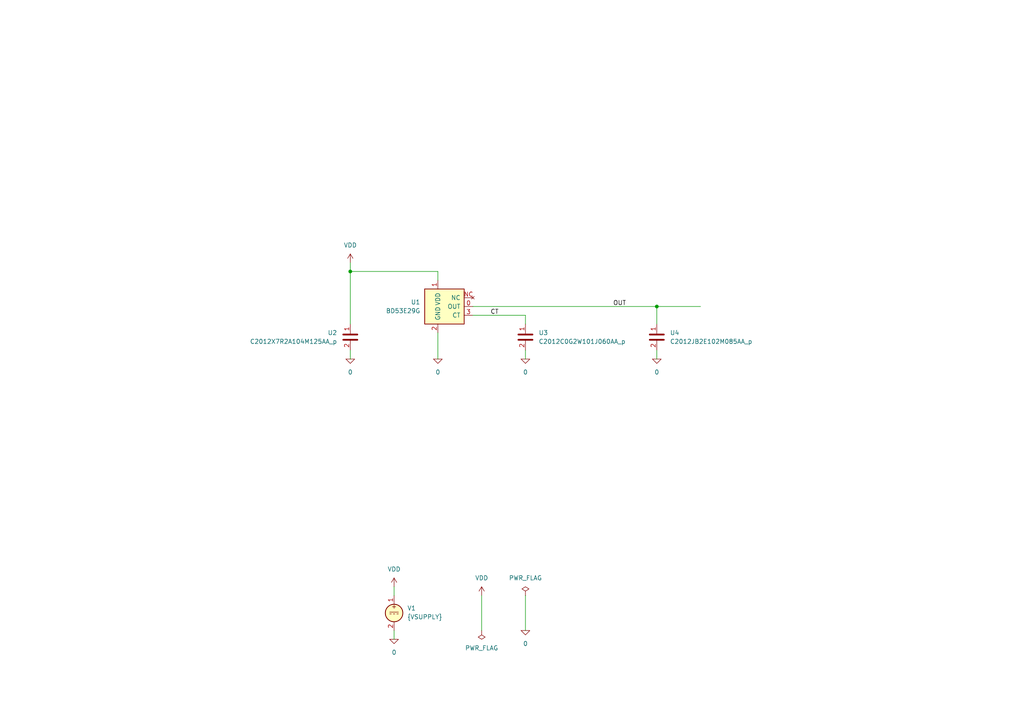
<source format=kicad_sch>
(kicad_sch
	(version 20231120)
	(generator "eeschema")
	(generator_version "8.0")
	(uuid "591c129f-cfcd-44b8-acc9-df06b6301e07")
	(paper "A4")
	(title_block
		(title "2.9V, CMOS Output Type, Adjustable Delay Voltage Detector")
		(date "2024-12-28")
		(rev "2")
		(company "astroelectronic@")
		(comment 1 "-")
		(comment 2 "-")
		(comment 3 "-")
		(comment 4 "AE01002329")
	)
	(lib_symbols
		(symbol "BD53E29G:0"
			(power)
			(pin_names
				(offset 0)
			)
			(exclude_from_sim no)
			(in_bom yes)
			(on_board yes)
			(property "Reference" "#GND"
				(at 0 -2.54 0)
				(effects
					(font
						(size 1.27 1.27)
					)
					(hide yes)
				)
			)
			(property "Value" "0"
				(at 0 -1.778 0)
				(effects
					(font
						(size 1.27 1.27)
					)
				)
			)
			(property "Footprint" ""
				(at 0 0 0)
				(effects
					(font
						(size 1.27 1.27)
					)
					(hide yes)
				)
			)
			(property "Datasheet" "~"
				(at 0 0 0)
				(effects
					(font
						(size 1.27 1.27)
					)
					(hide yes)
				)
			)
			(property "Description" "0V reference potential for simulation"
				(at 0 0 0)
				(effects
					(font
						(size 1.27 1.27)
					)
					(hide yes)
				)
			)
			(property "ki_keywords" "simulation"
				(at 0 0 0)
				(effects
					(font
						(size 1.27 1.27)
					)
					(hide yes)
				)
			)
			(symbol "0_0_1"
				(polyline
					(pts
						(xy -1.27 0) (xy 0 -1.27) (xy 1.27 0) (xy -1.27 0)
					)
					(stroke
						(width 0)
						(type default)
					)
					(fill
						(type none)
					)
				)
			)
			(symbol "0_1_1"
				(pin power_in line
					(at 0 0 0)
					(length 0) hide
					(name "0"
						(effects
							(font
								(size 1.016 1.016)
							)
						)
					)
					(number "1"
						(effects
							(font
								(size 1.016 1.016)
							)
						)
					)
				)
			)
		)
		(symbol "BD53E29G:BD53E29G"
			(pin_names
				(offset 1.016)
			)
			(exclude_from_sim no)
			(in_bom yes)
			(on_board yes)
			(property "Reference" "U"
				(at -3.81 6.35 0)
				(effects
					(font
						(size 1.27 1.27)
					)
					(justify left)
				)
			)
			(property "Value" "BD53E29G"
				(at -5.08 0 90)
				(effects
					(font
						(size 1.27 1.27)
					)
				)
			)
			(property "Footprint" ""
				(at 0 -12.7 0)
				(effects
					(font
						(size 1.27 1.27)
					)
					(hide yes)
				)
			)
			(property "Datasheet" "https://fscdn.rohm.com/en/products/databook/datasheet/ic/power/voltage_detector/bd52exxg-e.pdf"
				(at 0 -15.24 0)
				(effects
					(font
						(size 1.27 1.27)
					)
					(hide yes)
				)
			)
			(property "Description" "Standard CMOS Voltage Detector IC, Open Drain Output, SSOP5. Simulation model."
				(at 0 0 0)
				(effects
					(font
						(size 1.27 1.27)
					)
					(hide yes)
				)
			)
			(property "ki_keywords" "voltage detector open drain SSOP5"
				(at 0 0 0)
				(effects
					(font
						(size 1.27 1.27)
					)
					(hide yes)
				)
			)
			(property "ki_fp_filters" "*SOT-23*5*"
				(at 0 0 0)
				(effects
					(font
						(size 1.27 1.27)
					)
					(hide yes)
				)
			)
			(symbol "BD53E29G_1_1"
				(rectangle
					(start -3.81 5.08)
					(end 7.62 -5.08)
					(stroke
						(width 0.254)
						(type default)
					)
					(fill
						(type background)
					)
				)
				(pin passive line
					(at 10.16 0 180)
					(length 2.54)
					(name "OUT"
						(effects
							(font
								(size 1.27 1.27)
							)
						)
					)
					(number "0"
						(effects
							(font
								(size 1.27 1.27)
							)
						)
					)
				)
				(pin passive line
					(at 0 7.62 270)
					(length 2.54)
					(name "VDD"
						(effects
							(font
								(size 1.27 1.27)
							)
						)
					)
					(number "1"
						(effects
							(font
								(size 1.27 1.27)
							)
						)
					)
				)
				(pin passive line
					(at 0 -7.62 90)
					(length 2.54)
					(name "GND"
						(effects
							(font
								(size 1.27 1.27)
							)
						)
					)
					(number "2"
						(effects
							(font
								(size 1.27 1.27)
							)
						)
					)
				)
				(pin passive line
					(at 10.16 -2.54 180)
					(length 2.54)
					(name "CT"
						(effects
							(font
								(size 1.27 1.27)
							)
						)
					)
					(number "3"
						(effects
							(font
								(size 1.27 1.27)
							)
						)
					)
				)
				(pin no_connect line
					(at 10.16 2.54 180)
					(length 2.54)
					(name "NC"
						(effects
							(font
								(size 1.27 1.27)
							)
						)
					)
					(number "NC"
						(effects
							(font
								(size 1.27 1.27)
							)
						)
					)
				)
			)
		)
		(symbol "BD53E29G:C"
			(pin_names
				(offset 0.254) hide)
			(exclude_from_sim no)
			(in_bom yes)
			(on_board yes)
			(property "Reference" "C"
				(at 0.635 2.54 0)
				(effects
					(font
						(size 1.27 1.27)
					)
					(justify left)
				)
			)
			(property "Value" "C"
				(at 0.635 -2.54 0)
				(effects
					(font
						(size 1.27 1.27)
					)
					(justify left)
				)
			)
			(property "Footprint" ""
				(at 0.9652 -3.81 0)
				(effects
					(font
						(size 1.27 1.27)
					)
					(hide yes)
				)
			)
			(property "Datasheet" "~"
				(at 0 0 0)
				(effects
					(font
						(size 1.27 1.27)
					)
					(hide yes)
				)
			)
			(property "Description" "Unpolarized capacitor"
				(at 0 0 0)
				(effects
					(font
						(size 1.27 1.27)
					)
					(hide yes)
				)
			)
			(property "ki_keywords" "cap capacitor"
				(at 0 0 0)
				(effects
					(font
						(size 1.27 1.27)
					)
					(hide yes)
				)
			)
			(property "ki_fp_filters" "C_*"
				(at 0 0 0)
				(effects
					(font
						(size 1.27 1.27)
					)
					(hide yes)
				)
			)
			(symbol "C_0_1"
				(polyline
					(pts
						(xy -2.032 -0.762) (xy 2.032 -0.762)
					)
					(stroke
						(width 0.508)
						(type default)
					)
					(fill
						(type none)
					)
				)
				(polyline
					(pts
						(xy -2.032 0.762) (xy 2.032 0.762)
					)
					(stroke
						(width 0.508)
						(type default)
					)
					(fill
						(type none)
					)
				)
			)
			(symbol "C_1_1"
				(pin passive line
					(at 0 3.81 270)
					(length 2.794)
					(name "~"
						(effects
							(font
								(size 1.27 1.27)
							)
						)
					)
					(number "1"
						(effects
							(font
								(size 1.27 1.27)
							)
						)
					)
				)
				(pin passive line
					(at 0 -3.81 90)
					(length 2.794)
					(name "~"
						(effects
							(font
								(size 1.27 1.27)
							)
						)
					)
					(number "2"
						(effects
							(font
								(size 1.27 1.27)
							)
						)
					)
				)
			)
		)
		(symbol "BD53E29G:PWR_FLAG"
			(power)
			(pin_numbers hide)
			(pin_names
				(offset 0) hide)
			(exclude_from_sim no)
			(in_bom yes)
			(on_board yes)
			(property "Reference" "#FLG"
				(at 0 1.905 0)
				(effects
					(font
						(size 1.27 1.27)
					)
					(hide yes)
				)
			)
			(property "Value" "PWR_FLAG"
				(at 0 3.81 0)
				(effects
					(font
						(size 1.27 1.27)
					)
				)
			)
			(property "Footprint" ""
				(at 0 0 0)
				(effects
					(font
						(size 1.27 1.27)
					)
					(hide yes)
				)
			)
			(property "Datasheet" "~"
				(at 0 0 0)
				(effects
					(font
						(size 1.27 1.27)
					)
					(hide yes)
				)
			)
			(property "Description" "Special symbol for telling ERC where power comes from"
				(at 0 0 0)
				(effects
					(font
						(size 1.27 1.27)
					)
					(hide yes)
				)
			)
			(property "ki_keywords" "flag power"
				(at 0 0 0)
				(effects
					(font
						(size 1.27 1.27)
					)
					(hide yes)
				)
			)
			(symbol "PWR_FLAG_0_0"
				(pin power_out line
					(at 0 0 90)
					(length 0)
					(name "pwr"
						(effects
							(font
								(size 1.27 1.27)
							)
						)
					)
					(number "1"
						(effects
							(font
								(size 1.27 1.27)
							)
						)
					)
				)
			)
			(symbol "PWR_FLAG_0_1"
				(polyline
					(pts
						(xy 0 0) (xy 0 1.27) (xy -1.016 1.905) (xy 0 2.54) (xy 1.016 1.905) (xy 0 1.27)
					)
					(stroke
						(width 0)
						(type default)
					)
					(fill
						(type none)
					)
				)
			)
		)
		(symbol "BD53E29G:VDC"
			(pin_names
				(offset 0.0254) hide)
			(exclude_from_sim no)
			(in_bom yes)
			(on_board yes)
			(property "Reference" "V"
				(at 2.54 2.54 0)
				(effects
					(font
						(size 1.27 1.27)
					)
					(justify left)
				)
			)
			(property "Value" "1"
				(at 2.54 0 0)
				(effects
					(font
						(size 1.27 1.27)
					)
					(justify left)
				)
			)
			(property "Footprint" ""
				(at 0 0 0)
				(effects
					(font
						(size 1.27 1.27)
					)
					(hide yes)
				)
			)
			(property "Datasheet" "~"
				(at 0 0 0)
				(effects
					(font
						(size 1.27 1.27)
					)
					(hide yes)
				)
			)
			(property "Description" "Voltage source, DC"
				(at 0 0 0)
				(effects
					(font
						(size 1.27 1.27)
					)
					(hide yes)
				)
			)
			(property "Sim.Pins" "1=+ 2=-"
				(at 0 0 0)
				(effects
					(font
						(size 1.27 1.27)
					)
					(hide yes)
				)
			)
			(property "Sim.Type" "DC"
				(at 0 0 0)
				(effects
					(font
						(size 1.27 1.27)
					)
					(hide yes)
				)
			)
			(property "Sim.Device" "V"
				(at 0 0 0)
				(effects
					(font
						(size 1.27 1.27)
					)
					(justify left)
					(hide yes)
				)
			)
			(property "Spice_Netlist_Enabled" "Y"
				(at 0 0 0)
				(effects
					(font
						(size 1.27 1.27)
					)
					(justify left)
					(hide yes)
				)
			)
			(property "ki_keywords" "simulation"
				(at 0 0 0)
				(effects
					(font
						(size 1.27 1.27)
					)
					(hide yes)
				)
			)
			(symbol "VDC_0_0"
				(polyline
					(pts
						(xy -1.27 0.254) (xy 1.27 0.254)
					)
					(stroke
						(width 0)
						(type default)
					)
					(fill
						(type none)
					)
				)
				(polyline
					(pts
						(xy -0.762 -0.254) (xy -1.27 -0.254)
					)
					(stroke
						(width 0)
						(type default)
					)
					(fill
						(type none)
					)
				)
				(polyline
					(pts
						(xy 0.254 -0.254) (xy -0.254 -0.254)
					)
					(stroke
						(width 0)
						(type default)
					)
					(fill
						(type none)
					)
				)
				(polyline
					(pts
						(xy 1.27 -0.254) (xy 0.762 -0.254)
					)
					(stroke
						(width 0)
						(type default)
					)
					(fill
						(type none)
					)
				)
				(text "+"
					(at 0 1.905 0)
					(effects
						(font
							(size 1.27 1.27)
						)
					)
				)
			)
			(symbol "VDC_0_1"
				(circle
					(center 0 0)
					(radius 2.54)
					(stroke
						(width 0.254)
						(type default)
					)
					(fill
						(type background)
					)
				)
			)
			(symbol "VDC_1_1"
				(pin passive line
					(at 0 5.08 270)
					(length 2.54)
					(name "~"
						(effects
							(font
								(size 1.27 1.27)
							)
						)
					)
					(number "1"
						(effects
							(font
								(size 1.27 1.27)
							)
						)
					)
				)
				(pin passive line
					(at 0 -5.08 90)
					(length 2.54)
					(name "~"
						(effects
							(font
								(size 1.27 1.27)
							)
						)
					)
					(number "2"
						(effects
							(font
								(size 1.27 1.27)
							)
						)
					)
				)
			)
		)
		(symbol "BD53E29G:VDD"
			(power)
			(pin_names
				(offset 0)
			)
			(exclude_from_sim no)
			(in_bom yes)
			(on_board yes)
			(property "Reference" "#PWR"
				(at 0 -3.81 0)
				(effects
					(font
						(size 1.27 1.27)
					)
					(hide yes)
				)
			)
			(property "Value" "VDD"
				(at 0 3.81 0)
				(effects
					(font
						(size 1.27 1.27)
					)
				)
			)
			(property "Footprint" ""
				(at 0 0 0)
				(effects
					(font
						(size 1.27 1.27)
					)
					(hide yes)
				)
			)
			(property "Datasheet" ""
				(at 0 0 0)
				(effects
					(font
						(size 1.27 1.27)
					)
					(hide yes)
				)
			)
			(property "Description" "Power symbol creates a global label with name \"VDD\""
				(at 0 0 0)
				(effects
					(font
						(size 1.27 1.27)
					)
					(hide yes)
				)
			)
			(property "ki_keywords" "global power"
				(at 0 0 0)
				(effects
					(font
						(size 1.27 1.27)
					)
					(hide yes)
				)
			)
			(symbol "VDD_0_1"
				(polyline
					(pts
						(xy -0.762 1.27) (xy 0 2.54)
					)
					(stroke
						(width 0)
						(type default)
					)
					(fill
						(type none)
					)
				)
				(polyline
					(pts
						(xy 0 0) (xy 0 2.54)
					)
					(stroke
						(width 0)
						(type default)
					)
					(fill
						(type none)
					)
				)
				(polyline
					(pts
						(xy 0 2.54) (xy 0.762 1.27)
					)
					(stroke
						(width 0)
						(type default)
					)
					(fill
						(type none)
					)
				)
			)
			(symbol "VDD_1_1"
				(pin power_in line
					(at 0 0 90)
					(length 0) hide
					(name "VDD"
						(effects
							(font
								(size 1.27 1.27)
							)
						)
					)
					(number "1"
						(effects
							(font
								(size 1.27 1.27)
							)
						)
					)
				)
			)
		)
		(symbol "C_1"
			(pin_names
				(offset 0.254) hide)
			(exclude_from_sim no)
			(in_bom yes)
			(on_board yes)
			(property "Reference" "C"
				(at 0.635 2.54 0)
				(effects
					(font
						(size 1.27 1.27)
					)
					(justify left)
				)
			)
			(property "Value" "C"
				(at 0.635 -2.54 0)
				(effects
					(font
						(size 1.27 1.27)
					)
					(justify left)
				)
			)
			(property "Footprint" ""
				(at 0.9652 -3.81 0)
				(effects
					(font
						(size 1.27 1.27)
					)
					(hide yes)
				)
			)
			(property "Datasheet" "~"
				(at 0 0 0)
				(effects
					(font
						(size 1.27 1.27)
					)
					(hide yes)
				)
			)
			(property "Description" "Unpolarized capacitor"
				(at 0 0 0)
				(effects
					(font
						(size 1.27 1.27)
					)
					(hide yes)
				)
			)
			(property "ki_keywords" "cap capacitor"
				(at 0 0 0)
				(effects
					(font
						(size 1.27 1.27)
					)
					(hide yes)
				)
			)
			(property "ki_fp_filters" "C_*"
				(at 0 0 0)
				(effects
					(font
						(size 1.27 1.27)
					)
					(hide yes)
				)
			)
			(symbol "C_1_0_1"
				(polyline
					(pts
						(xy -2.032 -0.762) (xy 2.032 -0.762)
					)
					(stroke
						(width 0.508)
						(type default)
					)
					(fill
						(type none)
					)
				)
				(polyline
					(pts
						(xy -2.032 0.762) (xy 2.032 0.762)
					)
					(stroke
						(width 0.508)
						(type default)
					)
					(fill
						(type none)
					)
				)
			)
			(symbol "C_1_1_1"
				(pin passive line
					(at 0 3.81 270)
					(length 2.794)
					(name "~"
						(effects
							(font
								(size 1.27 1.27)
							)
						)
					)
					(number "1"
						(effects
							(font
								(size 1.27 1.27)
							)
						)
					)
				)
				(pin passive line
					(at 0 -3.81 90)
					(length 2.794)
					(name "~"
						(effects
							(font
								(size 1.27 1.27)
							)
						)
					)
					(number "2"
						(effects
							(font
								(size 1.27 1.27)
							)
						)
					)
				)
			)
		)
		(symbol "C_2"
			(pin_names
				(offset 0.254) hide)
			(exclude_from_sim no)
			(in_bom yes)
			(on_board yes)
			(property "Reference" "C"
				(at 0.635 2.54 0)
				(effects
					(font
						(size 1.27 1.27)
					)
					(justify left)
				)
			)
			(property "Value" "C"
				(at 0.635 -2.54 0)
				(effects
					(font
						(size 1.27 1.27)
					)
					(justify left)
				)
			)
			(property "Footprint" ""
				(at 0.9652 -3.81 0)
				(effects
					(font
						(size 1.27 1.27)
					)
					(hide yes)
				)
			)
			(property "Datasheet" "~"
				(at 0 0 0)
				(effects
					(font
						(size 1.27 1.27)
					)
					(hide yes)
				)
			)
			(property "Description" "Unpolarized capacitor"
				(at 0 0 0)
				(effects
					(font
						(size 1.27 1.27)
					)
					(hide yes)
				)
			)
			(property "ki_keywords" "cap capacitor"
				(at 0 0 0)
				(effects
					(font
						(size 1.27 1.27)
					)
					(hide yes)
				)
			)
			(property "ki_fp_filters" "C_*"
				(at 0 0 0)
				(effects
					(font
						(size 1.27 1.27)
					)
					(hide yes)
				)
			)
			(symbol "C_2_0_1"
				(polyline
					(pts
						(xy -2.032 -0.762) (xy 2.032 -0.762)
					)
					(stroke
						(width 0.508)
						(type default)
					)
					(fill
						(type none)
					)
				)
				(polyline
					(pts
						(xy -2.032 0.762) (xy 2.032 0.762)
					)
					(stroke
						(width 0.508)
						(type default)
					)
					(fill
						(type none)
					)
				)
			)
			(symbol "C_2_1_1"
				(pin passive line
					(at 0 3.81 270)
					(length 2.794)
					(name "~"
						(effects
							(font
								(size 1.27 1.27)
							)
						)
					)
					(number "1"
						(effects
							(font
								(size 1.27 1.27)
							)
						)
					)
				)
				(pin passive line
					(at 0 -3.81 90)
					(length 2.794)
					(name "~"
						(effects
							(font
								(size 1.27 1.27)
							)
						)
					)
					(number "2"
						(effects
							(font
								(size 1.27 1.27)
							)
						)
					)
				)
			)
		)
	)
	(junction
		(at 190.5 88.9)
		(diameter 0)
		(color 0 0 0 0)
		(uuid "5dbdb6ad-1b8b-4e23-aa0f-c112cd7500de")
	)
	(junction
		(at 101.6 78.74)
		(diameter 0)
		(color 0 0 0 0)
		(uuid "af47af4f-8250-41bf-93d9-022ef4035cfd")
	)
	(wire
		(pts
			(xy 152.4 93.98) (xy 152.4 91.44)
		)
		(stroke
			(width 0)
			(type default)
		)
		(uuid "00b2991b-1331-4938-9c79-c376bb8f6a0d")
	)
	(wire
		(pts
			(xy 190.5 88.9) (xy 203.2 88.9)
		)
		(stroke
			(width 0)
			(type default)
		)
		(uuid "1afd430e-7378-4a7b-914e-e66ec15b3e14")
	)
	(wire
		(pts
			(xy 101.6 78.74) (xy 127 78.74)
		)
		(stroke
			(width 0)
			(type default)
		)
		(uuid "1c73bbda-1a6e-4eaa-b813-372ba8a0af2c")
	)
	(wire
		(pts
			(xy 127 96.52) (xy 127 104.14)
		)
		(stroke
			(width 0)
			(type default)
		)
		(uuid "2c7b67b5-baad-4a15-b544-5dcb3a0e1820")
	)
	(wire
		(pts
			(xy 101.6 101.6) (xy 101.6 104.14)
		)
		(stroke
			(width 0)
			(type default)
		)
		(uuid "3f81e043-3dca-41a2-af99-88b5d9d1efbf")
	)
	(wire
		(pts
			(xy 152.4 101.6) (xy 152.4 104.14)
		)
		(stroke
			(width 0)
			(type default)
		)
		(uuid "45c51f9e-1248-4932-8a99-66f8ced10606")
	)
	(wire
		(pts
			(xy 190.5 101.6) (xy 190.5 104.14)
		)
		(stroke
			(width 0)
			(type default)
		)
		(uuid "52e6f25d-4787-40ea-bee6-14a8475a48a5")
	)
	(wire
		(pts
			(xy 114.3 182.88) (xy 114.3 185.42)
		)
		(stroke
			(width 0)
			(type default)
		)
		(uuid "6840a4c1-03c3-4367-a3ba-f8c29c057d85")
	)
	(wire
		(pts
			(xy 127 78.74) (xy 127 81.28)
		)
		(stroke
			(width 0)
			(type default)
		)
		(uuid "77e62604-16de-4268-a105-22a86ec03634")
	)
	(wire
		(pts
			(xy 152.4 172.72) (xy 152.4 182.88)
		)
		(stroke
			(width 0)
			(type default)
		)
		(uuid "84a316c7-d1e6-4304-89e9-be7e4498aee0")
	)
	(wire
		(pts
			(xy 152.4 91.44) (xy 137.16 91.44)
		)
		(stroke
			(width 0)
			(type default)
		)
		(uuid "8c9e9606-e959-4e60-ac44-47d3b2600bdc")
	)
	(wire
		(pts
			(xy 137.16 88.9) (xy 190.5 88.9)
		)
		(stroke
			(width 0)
			(type default)
		)
		(uuid "93b9b349-8276-4d1b-858d-fb159c585e6a")
	)
	(wire
		(pts
			(xy 101.6 93.98) (xy 101.6 78.74)
		)
		(stroke
			(width 0)
			(type default)
		)
		(uuid "93fb5a8c-79df-47f1-b926-86d223761a14")
	)
	(wire
		(pts
			(xy 139.7 172.72) (xy 139.7 182.88)
		)
		(stroke
			(width 0)
			(type default)
		)
		(uuid "9baab9d6-53de-427b-8d70-29359acfcd63")
	)
	(wire
		(pts
			(xy 101.6 76.2) (xy 101.6 78.74)
		)
		(stroke
			(width 0)
			(type default)
		)
		(uuid "b0a4c76f-5018-4c47-8771-3127a7ad4aaa")
	)
	(wire
		(pts
			(xy 190.5 93.98) (xy 190.5 88.9)
		)
		(stroke
			(width 0)
			(type default)
		)
		(uuid "c8f49b77-3fd6-4c82-8974-b9975c6c1bc7")
	)
	(wire
		(pts
			(xy 114.3 170.18) (xy 114.3 172.72)
		)
		(stroke
			(width 0)
			(type default)
		)
		(uuid "e951d56e-4ced-44ed-a87b-58d42df22f0d")
	)
	(label "OUT"
		(at 177.8 88.9 0)
		(fields_autoplaced yes)
		(effects
			(font
				(size 1.27 1.27)
			)
			(justify left bottom)
		)
		(uuid "639db350-00e4-4410-bb7e-4b9fae8e635d")
	)
	(label "CT"
		(at 142.24 91.44 0)
		(fields_autoplaced yes)
		(effects
			(font
				(size 1.27 1.27)
			)
			(justify left bottom)
		)
		(uuid "f3c88d76-1192-41f2-a9cd-7ae08645beea")
	)
	(symbol
		(lib_id "BD53E29G:0")
		(at 152.4 182.88 0)
		(unit 1)
		(exclude_from_sim no)
		(in_bom yes)
		(on_board yes)
		(dnp no)
		(fields_autoplaced yes)
		(uuid "10263f84-86ec-4823-80cd-f21777063b8e")
		(property "Reference" "#GND05"
			(at 152.4 185.42 0)
			(effects
				(font
					(size 1.27 1.27)
				)
				(hide yes)
			)
		)
		(property "Value" "0"
			(at 152.4 186.69 0)
			(effects
				(font
					(size 1.27 1.27)
				)
			)
		)
		(property "Footprint" ""
			(at 152.4 182.88 0)
			(effects
				(font
					(size 1.27 1.27)
				)
				(hide yes)
			)
		)
		(property "Datasheet" "~"
			(at 152.4 182.88 0)
			(effects
				(font
					(size 1.27 1.27)
				)
				(hide yes)
			)
		)
		(property "Description" ""
			(at 152.4 182.88 0)
			(effects
				(font
					(size 1.27 1.27)
				)
				(hide yes)
			)
		)
		(pin "1"
			(uuid "85fd486b-07b2-4552-82a3-87ba20e8ea99")
		)
		(instances
			(project ""
				(path "/591c129f-cfcd-44b8-acc9-df06b6301e07"
					(reference "#GND05")
					(unit 1)
				)
			)
		)
	)
	(symbol
		(lib_id "BD53E29G:0")
		(at 114.3 185.42 0)
		(unit 1)
		(exclude_from_sim no)
		(in_bom yes)
		(on_board yes)
		(dnp no)
		(fields_autoplaced yes)
		(uuid "1aaa46dc-a788-450c-a95d-e239c90c3625")
		(property "Reference" "#GND02"
			(at 114.3 187.96 0)
			(effects
				(font
					(size 1.27 1.27)
				)
				(hide yes)
			)
		)
		(property "Value" "0"
			(at 114.3 189.23 0)
			(effects
				(font
					(size 1.27 1.27)
				)
			)
		)
		(property "Footprint" ""
			(at 114.3 185.42 0)
			(effects
				(font
					(size 1.27 1.27)
				)
				(hide yes)
			)
		)
		(property "Datasheet" "~"
			(at 114.3 185.42 0)
			(effects
				(font
					(size 1.27 1.27)
				)
				(hide yes)
			)
		)
		(property "Description" ""
			(at 114.3 185.42 0)
			(effects
				(font
					(size 1.27 1.27)
				)
				(hide yes)
			)
		)
		(pin "1"
			(uuid "2304e6d7-f162-4e7c-b2bb-aaf138311c54")
		)
		(instances
			(project ""
				(path "/591c129f-cfcd-44b8-acc9-df06b6301e07"
					(reference "#GND02")
					(unit 1)
				)
			)
		)
	)
	(symbol
		(lib_id "BD53E29G:PWR_FLAG")
		(at 152.4 172.72 0)
		(unit 1)
		(exclude_from_sim no)
		(in_bom yes)
		(on_board yes)
		(dnp no)
		(fields_autoplaced yes)
		(uuid "22dca165-131d-4d2d-a077-2ae9a213c5e7")
		(property "Reference" "#FLG02"
			(at 152.4 170.815 0)
			(effects
				(font
					(size 1.27 1.27)
				)
				(hide yes)
			)
		)
		(property "Value" "PWR_FLAG"
			(at 152.4 167.64 0)
			(effects
				(font
					(size 1.27 1.27)
				)
			)
		)
		(property "Footprint" ""
			(at 152.4 172.72 0)
			(effects
				(font
					(size 1.27 1.27)
				)
				(hide yes)
			)
		)
		(property "Datasheet" "~"
			(at 152.4 172.72 0)
			(effects
				(font
					(size 1.27 1.27)
				)
				(hide yes)
			)
		)
		(property "Description" ""
			(at 152.4 172.72 0)
			(effects
				(font
					(size 1.27 1.27)
				)
				(hide yes)
			)
		)
		(pin "1"
			(uuid "891d352a-6ae6-475a-ac33-fcf8c8759372")
		)
		(instances
			(project ""
				(path "/591c129f-cfcd-44b8-acc9-df06b6301e07"
					(reference "#FLG02")
					(unit 1)
				)
			)
		)
	)
	(symbol
		(lib_name "C_1")
		(lib_id "BD53E29G:C_1")
		(at 101.6 97.79 0)
		(unit 1)
		(exclude_from_sim no)
		(in_bom yes)
		(on_board yes)
		(dnp no)
		(fields_autoplaced yes)
		(uuid "3e044022-43d0-4854-afa7-88d2712afd06")
		(property "Reference" "U2"
			(at 97.79 96.5199 0)
			(effects
				(font
					(size 1.27 1.27)
				)
				(justify right)
			)
		)
		(property "Value" "C2012X7R2A104M125AA_p"
			(at 97.79 99.0599 0)
			(effects
				(font
					(size 1.27 1.27)
				)
				(justify right)
			)
		)
		(property "Footprint" ""
			(at 102.5652 101.6 0)
			(effects
				(font
					(size 1.27 1.27)
				)
				(hide yes)
			)
		)
		(property "Datasheet" "~"
			(at 101.6 97.79 0)
			(effects
				(font
					(size 1.27 1.27)
				)
				(hide yes)
			)
		)
		(property "Description" ""
			(at 101.6 97.79 0)
			(effects
				(font
					(size 1.27 1.27)
				)
				(hide yes)
			)
		)
		(property "Sim.Library" "models\\C2012X7R2A104M125AA_p.mod"
			(at 101.6 97.79 0)
			(effects
				(font
					(size 1.27 1.27)
				)
				(hide yes)
			)
		)
		(property "Sim.Name" "C2012X7R2A104M125AA_p"
			(at 101.6 97.79 0)
			(effects
				(font
					(size 1.27 1.27)
				)
				(hide yes)
			)
		)
		(property "Sim.Pins" "1=n1 2=n2"
			(at 0 -3.81 0)
			(effects
				(font
					(size 1.27 1.27)
				)
				(hide yes)
			)
		)
		(property "Sim.Device" "SUBCKT"
			(at 101.6 97.79 0)
			(effects
				(font
					(size 1.27 1.27)
				)
				(hide yes)
			)
		)
		(pin "1"
			(uuid "9a7959e3-906e-48b8-b97a-4f915d274ce5")
		)
		(pin "2"
			(uuid "8baf374c-a47b-42fe-b3f9-449fd7fa4e4b")
		)
		(instances
			(project ""
				(path "/591c129f-cfcd-44b8-acc9-df06b6301e07"
					(reference "U2")
					(unit 1)
				)
			)
		)
	)
	(symbol
		(lib_name "C_2")
		(lib_id "BD53E29G:C_2")
		(at 152.4 97.79 0)
		(unit 1)
		(exclude_from_sim no)
		(in_bom yes)
		(on_board yes)
		(dnp no)
		(fields_autoplaced yes)
		(uuid "54c5e9c5-669a-4afc-bc09-3042b3ab2881")
		(property "Reference" "U3"
			(at 156.21 96.5199 0)
			(effects
				(font
					(size 1.27 1.27)
				)
				(justify left)
			)
		)
		(property "Value" "C2012C0G2W101J060AA_p"
			(at 156.21 99.0599 0)
			(effects
				(font
					(size 1.27 1.27)
				)
				(justify left)
			)
		)
		(property "Footprint" ""
			(at 153.3652 101.6 0)
			(effects
				(font
					(size 1.27 1.27)
				)
				(hide yes)
			)
		)
		(property "Datasheet" "~"
			(at 152.4 97.79 0)
			(effects
				(font
					(size 1.27 1.27)
				)
				(hide yes)
			)
		)
		(property "Description" ""
			(at 152.4 97.79 0)
			(effects
				(font
					(size 1.27 1.27)
				)
				(hide yes)
			)
		)
		(property "Sim.Library" "models\\C2012C0G2W101J060AA_p.mod"
			(at 152.4 97.79 0)
			(effects
				(font
					(size 1.27 1.27)
				)
				(hide yes)
			)
		)
		(property "Sim.Name" "C2012C0G2W101J060AA_p"
			(at 152.4 97.79 0)
			(effects
				(font
					(size 1.27 1.27)
				)
				(hide yes)
			)
		)
		(property "Sim.Pins" "1=n1 2=n2"
			(at 0 -3.81 0)
			(effects
				(font
					(size 1.27 1.27)
				)
				(hide yes)
			)
		)
		(property "Sim.Device" "SUBCKT"
			(at 152.4 97.79 0)
			(effects
				(font
					(size 1.27 1.27)
				)
				(hide yes)
			)
		)
		(pin "1"
			(uuid "8609280e-2fa9-447b-9881-5d0ef94864de")
		)
		(pin "2"
			(uuid "801d5524-c009-4b6c-86f2-a982f5238bc7")
		)
		(instances
			(project ""
				(path "/591c129f-cfcd-44b8-acc9-df06b6301e07"
					(reference "U3")
					(unit 1)
				)
			)
		)
	)
	(symbol
		(lib_id "BD53E29G:0")
		(at 127 104.14 0)
		(unit 1)
		(exclude_from_sim no)
		(in_bom yes)
		(on_board yes)
		(dnp no)
		(fields_autoplaced yes)
		(uuid "6b5dd929-9af8-43f8-9205-fb607f5e8fa4")
		(property "Reference" "#GND03"
			(at 127 106.68 0)
			(effects
				(font
					(size 1.27 1.27)
				)
				(hide yes)
			)
		)
		(property "Value" "0"
			(at 127 107.95 0)
			(effects
				(font
					(size 1.27 1.27)
				)
			)
		)
		(property "Footprint" ""
			(at 127 104.14 0)
			(effects
				(font
					(size 1.27 1.27)
				)
				(hide yes)
			)
		)
		(property "Datasheet" "~"
			(at 127 104.14 0)
			(effects
				(font
					(size 1.27 1.27)
				)
				(hide yes)
			)
		)
		(property "Description" ""
			(at 127 104.14 0)
			(effects
				(font
					(size 1.27 1.27)
				)
				(hide yes)
			)
		)
		(pin "1"
			(uuid "2da5897d-1788-4e0b-89c8-16d515fb8031")
		)
		(instances
			(project ""
				(path "/591c129f-cfcd-44b8-acc9-df06b6301e07"
					(reference "#GND03")
					(unit 1)
				)
			)
		)
	)
	(symbol
		(lib_id "BD53E29G:PWR_FLAG")
		(at 139.7 182.88 180)
		(unit 1)
		(exclude_from_sim no)
		(in_bom yes)
		(on_board yes)
		(dnp no)
		(fields_autoplaced yes)
		(uuid "77b571b9-e8fe-44d6-9eb7-0930272518a4")
		(property "Reference" "#FLG01"
			(at 139.7 184.785 0)
			(effects
				(font
					(size 1.27 1.27)
				)
				(hide yes)
			)
		)
		(property "Value" "PWR_FLAG"
			(at 139.7 187.96 0)
			(effects
				(font
					(size 1.27 1.27)
				)
			)
		)
		(property "Footprint" ""
			(at 139.7 182.88 0)
			(effects
				(font
					(size 1.27 1.27)
				)
				(hide yes)
			)
		)
		(property "Datasheet" "~"
			(at 139.7 182.88 0)
			(effects
				(font
					(size 1.27 1.27)
				)
				(hide yes)
			)
		)
		(property "Description" ""
			(at 139.7 182.88 0)
			(effects
				(font
					(size 1.27 1.27)
				)
				(hide yes)
			)
		)
		(pin "1"
			(uuid "e3b38eb7-17ed-4f54-850c-4385825d15b8")
		)
		(instances
			(project ""
				(path "/591c129f-cfcd-44b8-acc9-df06b6301e07"
					(reference "#FLG01")
					(unit 1)
				)
			)
		)
	)
	(symbol
		(lib_id "BD53E29G:VDD")
		(at 114.3 170.18 0)
		(unit 1)
		(exclude_from_sim no)
		(in_bom yes)
		(on_board yes)
		(dnp no)
		(fields_autoplaced yes)
		(uuid "7c09399f-8d37-44bf-b588-3aa98fb6af31")
		(property "Reference" "#PWR02"
			(at 114.3 173.99 0)
			(effects
				(font
					(size 1.27 1.27)
				)
				(hide yes)
			)
		)
		(property "Value" "VDD"
			(at 114.3 165.1 0)
			(effects
				(font
					(size 1.27 1.27)
				)
			)
		)
		(property "Footprint" ""
			(at 114.3 170.18 0)
			(effects
				(font
					(size 1.27 1.27)
				)
				(hide yes)
			)
		)
		(property "Datasheet" ""
			(at 114.3 170.18 0)
			(effects
				(font
					(size 1.27 1.27)
				)
				(hide yes)
			)
		)
		(property "Description" ""
			(at 114.3 170.18 0)
			(effects
				(font
					(size 1.27 1.27)
				)
				(hide yes)
			)
		)
		(pin "1"
			(uuid "486959cb-2c29-4846-a17c-0685aba0d2dc")
		)
		(instances
			(project ""
				(path "/591c129f-cfcd-44b8-acc9-df06b6301e07"
					(reference "#PWR02")
					(unit 1)
				)
			)
		)
	)
	(symbol
		(lib_name "BD53E29G:VDC")
		(lib_id "BD53E29G:VDC")
		(at 114.3 177.8 0)
		(unit 1)
		(exclude_from_sim no)
		(in_bom yes)
		(on_board yes)
		(dnp no)
		(fields_autoplaced yes)
		(uuid "92c31f17-b812-4bea-bf0e-9af7347d2a5a")
		(property "Reference" "V1"
			(at 118.11 176.4001 0)
			(effects
				(font
					(size 1.27 1.27)
				)
				(justify left)
			)
		)
		(property "Value" "{VSUPPLY}"
			(at 118.11 178.9401 0)
			(effects
				(font
					(size 1.27 1.27)
				)
				(justify left)
			)
		)
		(property "Footprint" ""
			(at 114.3 177.8 0)
			(effects
				(font
					(size 1.27 1.27)
				)
				(hide yes)
			)
		)
		(property "Datasheet" "~"
			(at 114.3 177.8 0)
			(effects
				(font
					(size 1.27 1.27)
				)
				(hide yes)
			)
		)
		(property "Description" ""
			(at 114.3 177.8 0)
			(effects
				(font
					(size 1.27 1.27)
				)
				(hide yes)
			)
		)
		(property "Sim.Device" "SPICE"
			(at 114.3 177.8 0)
			(effects
				(font
					(size 1.27 1.27)
				)
				(justify left)
				(hide yes)
			)
		)
		(property "Sim.Params" "type=\"V\" model=\"{VSUPPLY}\" lib=\"\""
			(at 0 0 0)
			(effects
				(font
					(size 1.27 1.27)
				)
				(hide yes)
			)
		)
		(property "Sim.Pins" "1=1 2=2"
			(at 0 0 0)
			(effects
				(font
					(size 1.27 1.27)
				)
				(hide yes)
			)
		)
		(pin "1"
			(uuid "fda57abd-76a7-44fe-b20b-0c9f6163974b")
		)
		(pin "2"
			(uuid "4715b854-12c4-4736-976a-fc5ed61231dd")
		)
		(instances
			(project ""
				(path "/591c129f-cfcd-44b8-acc9-df06b6301e07"
					(reference "V1")
					(unit 1)
				)
			)
		)
	)
	(symbol
		(lib_id "BD53E29G:0")
		(at 152.4 104.14 0)
		(unit 1)
		(exclude_from_sim no)
		(in_bom yes)
		(on_board yes)
		(dnp no)
		(fields_autoplaced yes)
		(uuid "97064d58-c7d5-49b3-9c3c-144e2b8d6867")
		(property "Reference" "#GND04"
			(at 152.4 106.68 0)
			(effects
				(font
					(size 1.27 1.27)
				)
				(hide yes)
			)
		)
		(property "Value" "0"
			(at 152.4 107.95 0)
			(effects
				(font
					(size 1.27 1.27)
				)
			)
		)
		(property "Footprint" ""
			(at 152.4 104.14 0)
			(effects
				(font
					(size 1.27 1.27)
				)
				(hide yes)
			)
		)
		(property "Datasheet" "~"
			(at 152.4 104.14 0)
			(effects
				(font
					(size 1.27 1.27)
				)
				(hide yes)
			)
		)
		(property "Description" ""
			(at 152.4 104.14 0)
			(effects
				(font
					(size 1.27 1.27)
				)
				(hide yes)
			)
		)
		(pin "1"
			(uuid "5118d8a7-4ea8-445c-bd9e-ad57c95619e0")
		)
		(instances
			(project ""
				(path "/591c129f-cfcd-44b8-acc9-df06b6301e07"
					(reference "#GND04")
					(unit 1)
				)
			)
		)
	)
	(symbol
		(lib_id "BD53E29G:VDD")
		(at 139.7 172.72 0)
		(unit 1)
		(exclude_from_sim no)
		(in_bom yes)
		(on_board yes)
		(dnp no)
		(fields_autoplaced yes)
		(uuid "9947a2c8-9ce7-4da3-a544-b354c339c62a")
		(property "Reference" "#PWR03"
			(at 139.7 176.53 0)
			(effects
				(font
					(size 1.27 1.27)
				)
				(hide yes)
			)
		)
		(property "Value" "VDD"
			(at 139.7 167.64 0)
			(effects
				(font
					(size 1.27 1.27)
				)
			)
		)
		(property "Footprint" ""
			(at 139.7 172.72 0)
			(effects
				(font
					(size 1.27 1.27)
				)
				(hide yes)
			)
		)
		(property "Datasheet" ""
			(at 139.7 172.72 0)
			(effects
				(font
					(size 1.27 1.27)
				)
				(hide yes)
			)
		)
		(property "Description" ""
			(at 139.7 172.72 0)
			(effects
				(font
					(size 1.27 1.27)
				)
				(hide yes)
			)
		)
		(pin "1"
			(uuid "4a2bc5eb-294c-44e7-bceb-6ca2a03ba781")
		)
		(instances
			(project ""
				(path "/591c129f-cfcd-44b8-acc9-df06b6301e07"
					(reference "#PWR03")
					(unit 1)
				)
			)
		)
	)
	(symbol
		(lib_id "BD53E29G:0")
		(at 190.5 104.14 0)
		(unit 1)
		(exclude_from_sim no)
		(in_bom yes)
		(on_board yes)
		(dnp no)
		(fields_autoplaced yes)
		(uuid "a26b95eb-bd01-4b30-b9a2-c7a3242332d5")
		(property "Reference" "#GND06"
			(at 190.5 106.68 0)
			(effects
				(font
					(size 1.27 1.27)
				)
				(hide yes)
			)
		)
		(property "Value" "0"
			(at 190.5 107.95 0)
			(effects
				(font
					(size 1.27 1.27)
				)
			)
		)
		(property "Footprint" ""
			(at 190.5 104.14 0)
			(effects
				(font
					(size 1.27 1.27)
				)
				(hide yes)
			)
		)
		(property "Datasheet" "~"
			(at 190.5 104.14 0)
			(effects
				(font
					(size 1.27 1.27)
				)
				(hide yes)
			)
		)
		(property "Description" ""
			(at 190.5 104.14 0)
			(effects
				(font
					(size 1.27 1.27)
				)
				(hide yes)
			)
		)
		(pin "1"
			(uuid "b77be61b-b8c4-4990-b4b3-6fc264f27712")
		)
		(instances
			(project ""
				(path "/591c129f-cfcd-44b8-acc9-df06b6301e07"
					(reference "#GND06")
					(unit 1)
				)
			)
		)
	)
	(symbol
		(lib_id "BD53E29G:VDD")
		(at 101.6 76.2 0)
		(unit 1)
		(exclude_from_sim no)
		(in_bom yes)
		(on_board yes)
		(dnp no)
		(fields_autoplaced yes)
		(uuid "b9bd0920-37e6-4c70-bd3c-cddfa125c843")
		(property "Reference" "#PWR01"
			(at 101.6 80.01 0)
			(effects
				(font
					(size 1.27 1.27)
				)
				(hide yes)
			)
		)
		(property "Value" "VDD"
			(at 101.6 71.12 0)
			(effects
				(font
					(size 1.27 1.27)
				)
			)
		)
		(property "Footprint" ""
			(at 101.6 76.2 0)
			(effects
				(font
					(size 1.27 1.27)
				)
				(hide yes)
			)
		)
		(property "Datasheet" ""
			(at 101.6 76.2 0)
			(effects
				(font
					(size 1.27 1.27)
				)
				(hide yes)
			)
		)
		(property "Description" ""
			(at 101.6 76.2 0)
			(effects
				(font
					(size 1.27 1.27)
				)
				(hide yes)
			)
		)
		(pin "1"
			(uuid "fea0eddf-bac8-4c68-8f19-091dd58549f1")
		)
		(instances
			(project ""
				(path "/591c129f-cfcd-44b8-acc9-df06b6301e07"
					(reference "#PWR01")
					(unit 1)
				)
			)
		)
	)
	(symbol
		(lib_id "BD53E29G:C")
		(at 190.5 97.79 0)
		(unit 1)
		(exclude_from_sim no)
		(in_bom yes)
		(on_board yes)
		(dnp no)
		(fields_autoplaced yes)
		(uuid "ca5ab7a6-42b4-476b-adaa-fddd234e29dd")
		(property "Reference" "U4"
			(at 194.31 96.5199 0)
			(effects
				(font
					(size 1.27 1.27)
				)
				(justify left)
			)
		)
		(property "Value" "C2012JB2E102M085AA_p"
			(at 194.31 99.0599 0)
			(effects
				(font
					(size 1.27 1.27)
				)
				(justify left)
			)
		)
		(property "Footprint" ""
			(at 191.4652 101.6 0)
			(effects
				(font
					(size 1.27 1.27)
				)
				(hide yes)
			)
		)
		(property "Datasheet" "~"
			(at 190.5 97.79 0)
			(effects
				(font
					(size 1.27 1.27)
				)
				(hide yes)
			)
		)
		(property "Description" ""
			(at 190.5 97.79 0)
			(effects
				(font
					(size 1.27 1.27)
				)
				(hide yes)
			)
		)
		(property "Sim.Library" "models\\C2012JB2E102M085AA_p.mod"
			(at 190.5 97.79 0)
			(effects
				(font
					(size 1.27 1.27)
				)
				(hide yes)
			)
		)
		(property "Sim.Name" "C2012JB2E102M085AA_p"
			(at 190.5 97.79 0)
			(effects
				(font
					(size 1.27 1.27)
				)
				(hide yes)
			)
		)
		(property "Sim.Pins" "1=n1 2=n2"
			(at 0 -3.81 0)
			(effects
				(font
					(size 1.27 1.27)
				)
				(hide yes)
			)
		)
		(property "Sim.Device" "SUBCKT"
			(at 190.5 97.79 0)
			(effects
				(font
					(size 1.27 1.27)
				)
				(hide yes)
			)
		)
		(pin "1"
			(uuid "71290536-5efc-4a09-8fa1-cc5262bc2f28")
		)
		(pin "2"
			(uuid "7ed7a490-775b-426c-86c2-cbdeeccef9cc")
		)
		(instances
			(project ""
				(path "/591c129f-cfcd-44b8-acc9-df06b6301e07"
					(reference "U4")
					(unit 1)
				)
			)
		)
	)
	(symbol
		(lib_id "BD53E29G:BD53E29G")
		(at 127 88.9 0)
		(unit 1)
		(exclude_from_sim no)
		(in_bom yes)
		(on_board yes)
		(dnp no)
		(fields_autoplaced yes)
		(uuid "f850c8db-925d-4b2b-a063-b9ac4b319166")
		(property "Reference" "U1"
			(at 121.92 87.6299 0)
			(effects
				(font
					(size 1.27 1.27)
				)
				(justify right)
			)
		)
		(property "Value" "BD53E29G"
			(at 121.92 90.1699 0)
			(effects
				(font
					(size 1.27 1.27)
				)
				(justify right)
			)
		)
		(property "Footprint" ""
			(at 127 101.6 0)
			(effects
				(font
					(size 1.27 1.27)
				)
				(hide yes)
			)
		)
		(property "Datasheet" "https://fscdn.rohm.com/en/products/databook/datasheet/ic/power/voltage_detector/bd52exxg-e.pdf"
			(at 127 104.14 0)
			(effects
				(font
					(size 1.27 1.27)
				)
				(hide yes)
			)
		)
		(property "Description" ""
			(at 127 88.9 0)
			(effects
				(font
					(size 1.27 1.27)
				)
				(hide yes)
			)
		)
		(property "Sim.Library" "models\\BD53E29G.lib"
			(at 127 88.9 0)
			(effects
				(font
					(size 1.27 1.27)
				)
				(hide yes)
			)
		)
		(property "Sim.Name" "BD53E29G"
			(at 127 88.9 0)
			(effects
				(font
					(size 1.27 1.27)
				)
				(hide yes)
			)
		)
		(property "Sim.Pins" "0=VOUT 1=VDD 2=GND 3=CT NC=NC"
			(at 0 0 0)
			(effects
				(font
					(size 1.27 1.27)
				)
				(hide yes)
			)
		)
		(property "Sim.Device" "SUBCKT"
			(at 127 88.9 0)
			(effects
				(font
					(size 1.27 1.27)
				)
				(hide yes)
			)
		)
		(pin "0"
			(uuid "0be9cacf-a554-452c-9c99-28cdecff908d")
		)
		(pin "1"
			(uuid "a323e4bf-6b3b-4d91-bafc-0e6cc280b921")
		)
		(pin "2"
			(uuid "744800e6-07dc-4053-9565-e5762fd6291d")
		)
		(pin "3"
			(uuid "86aa0635-b464-4f9a-a811-4f4b76a26433")
		)
		(pin "NC"
			(uuid "61f19567-96bf-4368-b88f-73bbe2dfa431")
		)
		(instances
			(project ""
				(path "/591c129f-cfcd-44b8-acc9-df06b6301e07"
					(reference "U1")
					(unit 1)
				)
			)
		)
	)
	(symbol
		(lib_id "BD53E29G:0")
		(at 101.6 104.14 0)
		(unit 1)
		(exclude_from_sim no)
		(in_bom yes)
		(on_board yes)
		(dnp no)
		(fields_autoplaced yes)
		(uuid "fafbf33b-c365-414f-938c-27644e030818")
		(property "Reference" "#GND01"
			(at 101.6 106.68 0)
			(effects
				(font
					(size 1.27 1.27)
				)
				(hide yes)
			)
		)
		(property "Value" "0"
			(at 101.6 107.95 0)
			(effects
				(font
					(size 1.27 1.27)
				)
			)
		)
		(property "Footprint" ""
			(at 101.6 104.14 0)
			(effects
				(font
					(size 1.27 1.27)
				)
				(hide yes)
			)
		)
		(property "Datasheet" "~"
			(at 101.6 104.14 0)
			(effects
				(font
					(size 1.27 1.27)
				)
				(hide yes)
			)
		)
		(property "Description" ""
			(at 101.6 104.14 0)
			(effects
				(font
					(size 1.27 1.27)
				)
				(hide yes)
			)
		)
		(pin "1"
			(uuid "2eff0c7e-ea4f-43e4-a200-79a7e76d2ac1")
		)
		(instances
			(project ""
				(path "/591c129f-cfcd-44b8-acc9-df06b6301e07"
					(reference "#GND01")
					(unit 1)
				)
			)
		)
	)
	(sheet_instances
		(path "/"
			(page "1")
		)
	)
)

</source>
